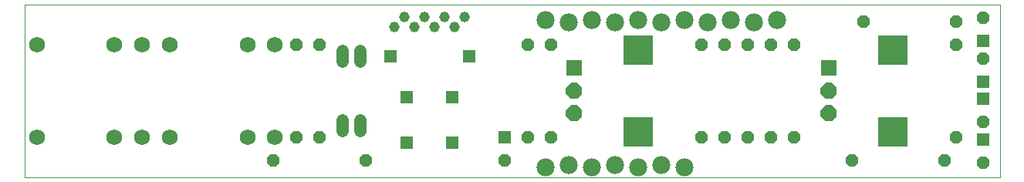
<source format=gts>
G75*
%MOIN*%
%OFA0B0*%
%FSLAX24Y24*%
%IPPOS*%
%LPD*%
%AMOC8*
5,1,8,0,0,1.08239X$1,22.5*
%
%ADD10C,0.0010*%
%ADD11R,0.0700X0.0700*%
%ADD12OC8,0.0700*%
%ADD13R,0.1267X0.1267*%
%ADD14C,0.0690*%
%ADD15OC8,0.0520*%
%ADD16C,0.0520*%
%ADD17R,0.0518X0.0518*%
%ADD18R,0.0520X0.0520*%
%ADD19R,0.0571X0.0571*%
%ADD20C,0.0453*%
%ADD21C,0.0780*%
D10*
X007994Y004807D02*
X050120Y004807D01*
X050120Y012287D01*
X007994Y012287D01*
X007994Y004807D01*
D11*
X031738Y009541D03*
X042738Y009541D03*
D12*
X042738Y008557D03*
X042738Y007572D03*
X031738Y007572D03*
X031738Y008557D03*
D13*
X034494Y006785D03*
X045494Y006785D03*
X045494Y010328D03*
X034494Y010328D03*
D14*
X018803Y010557D03*
X017622Y010557D03*
X014275Y010557D03*
X013053Y010557D03*
X011872Y010557D03*
X008525Y010557D03*
X008525Y006557D03*
X011872Y006557D03*
X013053Y006557D03*
X014275Y006557D03*
X017622Y006557D03*
X018803Y006557D03*
D15*
X019744Y006557D03*
X020744Y006557D03*
X022744Y005557D03*
X018744Y005557D03*
X028744Y005557D03*
X029744Y006557D03*
X030744Y006557D03*
X037244Y006557D03*
X038244Y006557D03*
X039244Y006557D03*
X040244Y006557D03*
X041244Y006557D03*
X043744Y005557D03*
X047744Y005557D03*
X049394Y005457D03*
X048244Y006557D03*
X049394Y007207D03*
X049394Y009957D03*
X048244Y010557D03*
X048244Y011557D03*
X049394Y011707D03*
X044244Y011557D03*
X041244Y010557D03*
X040244Y010557D03*
X039244Y010557D03*
X038244Y010557D03*
X037244Y010557D03*
X030744Y010557D03*
X029744Y010557D03*
X020744Y010557D03*
X019744Y010557D03*
D16*
X021744Y010297D02*
X021744Y009817D01*
X022494Y009817D02*
X022494Y010297D01*
X022494Y007297D02*
X022494Y006817D01*
X021744Y006817D02*
X021744Y007297D01*
D17*
X024509Y006322D03*
X026478Y006322D03*
X026478Y008291D03*
X024509Y008291D03*
D18*
X028744Y006557D03*
X049394Y006457D03*
X049394Y008207D03*
X049394Y008957D03*
X049394Y010707D03*
D19*
X027187Y010059D03*
X023801Y010059D03*
D20*
X023978Y011307D03*
X024844Y011307D03*
X025710Y011307D03*
X026576Y011307D03*
X026143Y011740D03*
X027009Y011740D03*
X025277Y011740D03*
X024411Y011740D03*
D21*
X030494Y011607D03*
X031494Y011507D03*
X032494Y011607D03*
X033494Y011507D03*
X034494Y011607D03*
X035494Y011507D03*
X036494Y011607D03*
X037494Y011507D03*
X038494Y011607D03*
X039494Y011507D03*
X040494Y011607D03*
X035494Y005357D03*
X036494Y005257D03*
X034494Y005257D03*
X033494Y005357D03*
X032494Y005257D03*
X031494Y005357D03*
X030494Y005257D03*
M02*

</source>
